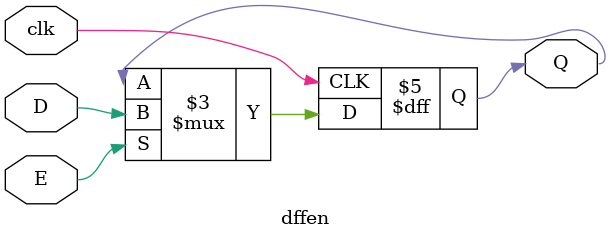
<source format=v>
module dffen(D,clk,E,Q);
input D;     // Data input 
input clk;   // clock input 
input E;     //  enable
output reg Q;    // output Q 

always @(negedge clk) 

begin
	if (E == 1'b1) begin
          Q <= D; 
        end
end 
endmodule 

</source>
